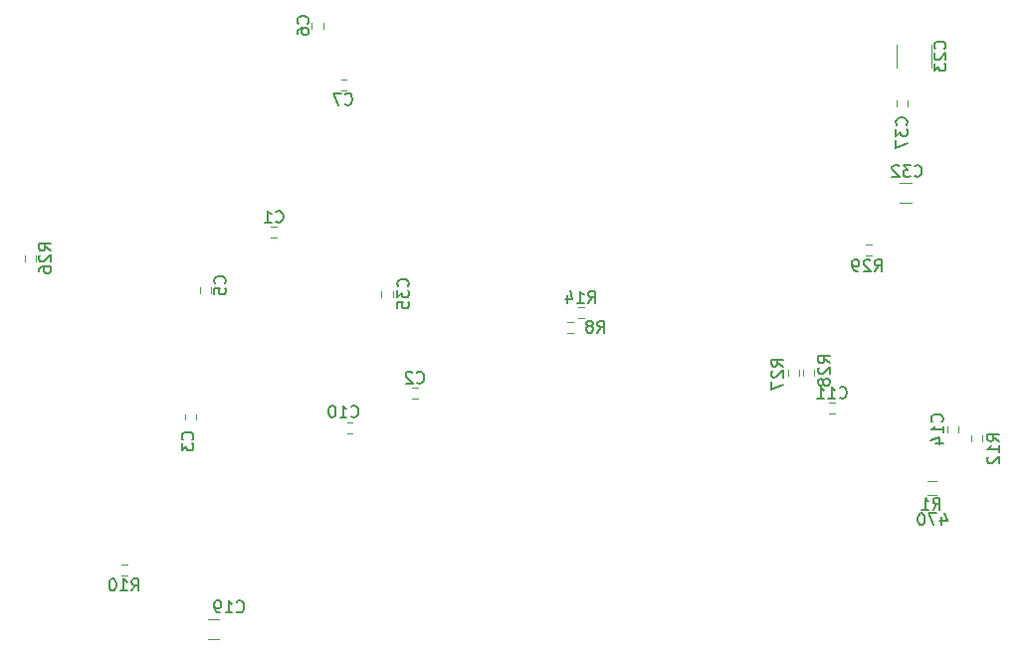
<source format=gbo>
G04 #@! TF.GenerationSoftware,KiCad,Pcbnew,(5.1.2)-1*
G04 #@! TF.CreationDate,2020-02-28T22:39:46+09:00*
G04 #@! TF.ProjectId,o2_breakout,6f325f62-7265-4616-9b6f-75742e6b6963,rev?*
G04 #@! TF.SameCoordinates,Original*
G04 #@! TF.FileFunction,Legend,Bot*
G04 #@! TF.FilePolarity,Positive*
%FSLAX46Y46*%
G04 Gerber Fmt 4.6, Leading zero omitted, Abs format (unit mm)*
G04 Created by KiCad (PCBNEW (5.1.2)-1) date 2020-02-28 22:39:46*
%MOMM*%
%LPD*%
G04 APERTURE LIST*
%ADD10C,0.120000*%
%ADD11C,0.150000*%
G04 APERTURE END LIST*
D10*
X179480100Y-77196700D02*
X179480100Y-79196700D01*
X176520100Y-79196700D02*
X176520100Y-77196700D01*
X182905300Y-110968600D02*
X182905300Y-110468600D01*
X183845300Y-110468600D02*
X183845300Y-110968600D01*
X173879700Y-94272000D02*
X174379700Y-94272000D01*
X174379700Y-95212000D02*
X173879700Y-95212000D01*
X169532400Y-104944100D02*
X169532400Y-105444100D01*
X168592400Y-105444100D02*
X168592400Y-104944100D01*
X168262400Y-104944100D02*
X168262400Y-105444100D01*
X167322400Y-105444100D02*
X167322400Y-104944100D01*
X111044800Y-122466200D02*
X110544800Y-122466200D01*
X110544800Y-121526200D02*
X111044800Y-121526200D01*
X103314600Y-95152400D02*
X103314600Y-95652400D01*
X102374600Y-95652400D02*
X102374600Y-95152400D01*
X149002000Y-101818800D02*
X148502000Y-101818800D01*
X148502000Y-100878800D02*
X149002000Y-100878800D01*
X149954500Y-100498000D02*
X149454500Y-100498000D01*
X149454500Y-99558000D02*
X149954500Y-99558000D01*
X179174100Y-115563200D02*
X179874100Y-115563200D01*
X179874100Y-114363200D02*
X179174100Y-114363200D01*
X118897020Y-127819520D02*
X117897020Y-127819520D01*
X117897020Y-126119520D02*
X118897020Y-126119520D01*
X126776380Y-75888660D02*
X126776380Y-75388660D01*
X127716380Y-75388660D02*
X127716380Y-75888660D01*
X176481640Y-82446940D02*
X176481640Y-81946940D01*
X177421640Y-81946940D02*
X177421640Y-82446940D01*
X132702200Y-98725800D02*
X132702200Y-98225800D01*
X133642200Y-98225800D02*
X133642200Y-98725800D01*
X177774220Y-90677100D02*
X176774220Y-90677100D01*
X176774220Y-88977100D02*
X177774220Y-88977100D01*
X135281300Y-106416000D02*
X135781300Y-106416000D01*
X135781300Y-107356000D02*
X135281300Y-107356000D01*
X123292500Y-92712700D02*
X123792500Y-92712700D01*
X123792500Y-93652700D02*
X123292500Y-93652700D01*
X180809800Y-110219300D02*
X180809800Y-109719300D01*
X181749800Y-109719300D02*
X181749800Y-110219300D01*
X171290500Y-108626000D02*
X170790500Y-108626000D01*
X170790500Y-107686000D02*
X171290500Y-107686000D01*
X129747200Y-109359600D02*
X130247200Y-109359600D01*
X130247200Y-110299600D02*
X129747200Y-110299600D01*
X117243200Y-98360300D02*
X117243200Y-97860300D01*
X118183200Y-97860300D02*
X118183200Y-98360300D01*
X129739200Y-81115000D02*
X129239200Y-81115000D01*
X129239200Y-80175000D02*
X129739200Y-80175000D01*
X115976300Y-109177900D02*
X115976300Y-108677900D01*
X116916300Y-108677900D02*
X116916300Y-109177900D01*
D11*
X180607242Y-77553842D02*
X180654861Y-77506223D01*
X180702480Y-77363366D01*
X180702480Y-77268128D01*
X180654861Y-77125271D01*
X180559623Y-77030033D01*
X180464385Y-76982414D01*
X180273909Y-76934795D01*
X180131052Y-76934795D01*
X179940576Y-76982414D01*
X179845338Y-77030033D01*
X179750100Y-77125271D01*
X179702480Y-77268128D01*
X179702480Y-77363366D01*
X179750100Y-77506223D01*
X179797719Y-77553842D01*
X179797719Y-77934795D02*
X179750100Y-77982414D01*
X179702480Y-78077652D01*
X179702480Y-78315747D01*
X179750100Y-78410985D01*
X179797719Y-78458604D01*
X179892957Y-78506223D01*
X179988195Y-78506223D01*
X180131052Y-78458604D01*
X180702480Y-77887176D01*
X180702480Y-78506223D01*
X179702480Y-78839557D02*
X179702480Y-79458604D01*
X180083433Y-79125271D01*
X180083433Y-79268128D01*
X180131052Y-79363366D01*
X180178671Y-79410985D01*
X180273909Y-79458604D01*
X180512004Y-79458604D01*
X180607242Y-79410985D01*
X180654861Y-79363366D01*
X180702480Y-79268128D01*
X180702480Y-78982414D01*
X180654861Y-78887176D01*
X180607242Y-78839557D01*
X185250080Y-111002842D02*
X184773890Y-110669509D01*
X185250080Y-110431414D02*
X184250080Y-110431414D01*
X184250080Y-110812366D01*
X184297700Y-110907604D01*
X184345319Y-110955223D01*
X184440557Y-111002842D01*
X184583414Y-111002842D01*
X184678652Y-110955223D01*
X184726271Y-110907604D01*
X184773890Y-110812366D01*
X184773890Y-110431414D01*
X185250080Y-111955223D02*
X185250080Y-111383795D01*
X185250080Y-111669509D02*
X184250080Y-111669509D01*
X184392938Y-111574271D01*
X184488176Y-111479033D01*
X184535795Y-111383795D01*
X184345319Y-112336176D02*
X184297700Y-112383795D01*
X184250080Y-112479033D01*
X184250080Y-112717128D01*
X184297700Y-112812366D01*
X184345319Y-112859985D01*
X184440557Y-112907604D01*
X184535795Y-112907604D01*
X184678652Y-112859985D01*
X185250080Y-112288557D01*
X185250080Y-112907604D01*
X174645557Y-96515180D02*
X174978890Y-96038990D01*
X175216985Y-96515180D02*
X175216985Y-95515180D01*
X174836033Y-95515180D01*
X174740795Y-95562800D01*
X174693176Y-95610419D01*
X174645557Y-95705657D01*
X174645557Y-95848514D01*
X174693176Y-95943752D01*
X174740795Y-95991371D01*
X174836033Y-96038990D01*
X175216985Y-96038990D01*
X174264604Y-95610419D02*
X174216985Y-95562800D01*
X174121747Y-95515180D01*
X173883652Y-95515180D01*
X173788414Y-95562800D01*
X173740795Y-95610419D01*
X173693176Y-95705657D01*
X173693176Y-95800895D01*
X173740795Y-95943752D01*
X174312223Y-96515180D01*
X173693176Y-96515180D01*
X173216985Y-96515180D02*
X173026509Y-96515180D01*
X172931271Y-96467561D01*
X172883652Y-96419942D01*
X172788414Y-96277085D01*
X172740795Y-96086609D01*
X172740795Y-95705657D01*
X172788414Y-95610419D01*
X172836033Y-95562800D01*
X172931271Y-95515180D01*
X173121747Y-95515180D01*
X173216985Y-95562800D01*
X173264604Y-95610419D01*
X173312223Y-95705657D01*
X173312223Y-95943752D01*
X173264604Y-96038990D01*
X173216985Y-96086609D01*
X173121747Y-96134228D01*
X172931271Y-96134228D01*
X172836033Y-96086609D01*
X172788414Y-96038990D01*
X172740795Y-95943752D01*
X170848280Y-104335342D02*
X170372090Y-104002009D01*
X170848280Y-103763914D02*
X169848280Y-103763914D01*
X169848280Y-104144866D01*
X169895900Y-104240104D01*
X169943519Y-104287723D01*
X170038757Y-104335342D01*
X170181614Y-104335342D01*
X170276852Y-104287723D01*
X170324471Y-104240104D01*
X170372090Y-104144866D01*
X170372090Y-103763914D01*
X169943519Y-104716295D02*
X169895900Y-104763914D01*
X169848280Y-104859152D01*
X169848280Y-105097247D01*
X169895900Y-105192485D01*
X169943519Y-105240104D01*
X170038757Y-105287723D01*
X170133995Y-105287723D01*
X170276852Y-105240104D01*
X170848280Y-104668676D01*
X170848280Y-105287723D01*
X170276852Y-105859152D02*
X170229233Y-105763914D01*
X170181614Y-105716295D01*
X170086376Y-105668676D01*
X170038757Y-105668676D01*
X169943519Y-105716295D01*
X169895900Y-105763914D01*
X169848280Y-105859152D01*
X169848280Y-106049628D01*
X169895900Y-106144866D01*
X169943519Y-106192485D01*
X170038757Y-106240104D01*
X170086376Y-106240104D01*
X170181614Y-106192485D01*
X170229233Y-106144866D01*
X170276852Y-106049628D01*
X170276852Y-105859152D01*
X170324471Y-105763914D01*
X170372090Y-105716295D01*
X170467328Y-105668676D01*
X170657804Y-105668676D01*
X170753042Y-105716295D01*
X170800661Y-105763914D01*
X170848280Y-105859152D01*
X170848280Y-106049628D01*
X170800661Y-106144866D01*
X170753042Y-106192485D01*
X170657804Y-106240104D01*
X170467328Y-106240104D01*
X170372090Y-106192485D01*
X170324471Y-106144866D01*
X170276852Y-106049628D01*
X166860480Y-104614742D02*
X166384290Y-104281409D01*
X166860480Y-104043314D02*
X165860480Y-104043314D01*
X165860480Y-104424266D01*
X165908100Y-104519504D01*
X165955719Y-104567123D01*
X166050957Y-104614742D01*
X166193814Y-104614742D01*
X166289052Y-104567123D01*
X166336671Y-104519504D01*
X166384290Y-104424266D01*
X166384290Y-104043314D01*
X165955719Y-104995695D02*
X165908100Y-105043314D01*
X165860480Y-105138552D01*
X165860480Y-105376647D01*
X165908100Y-105471885D01*
X165955719Y-105519504D01*
X166050957Y-105567123D01*
X166146195Y-105567123D01*
X166289052Y-105519504D01*
X166860480Y-104948076D01*
X166860480Y-105567123D01*
X165860480Y-105900457D02*
X165860480Y-106567123D01*
X166860480Y-106138552D01*
X111437657Y-123718580D02*
X111770990Y-123242390D01*
X112009085Y-123718580D02*
X112009085Y-122718580D01*
X111628133Y-122718580D01*
X111532895Y-122766200D01*
X111485276Y-122813819D01*
X111437657Y-122909057D01*
X111437657Y-123051914D01*
X111485276Y-123147152D01*
X111532895Y-123194771D01*
X111628133Y-123242390D01*
X112009085Y-123242390D01*
X110485276Y-123718580D02*
X111056704Y-123718580D01*
X110770990Y-123718580D02*
X110770990Y-122718580D01*
X110866228Y-122861438D01*
X110961466Y-122956676D01*
X111056704Y-123004295D01*
X109866228Y-122718580D02*
X109770990Y-122718580D01*
X109675752Y-122766200D01*
X109628133Y-122813819D01*
X109580514Y-122909057D01*
X109532895Y-123099533D01*
X109532895Y-123337628D01*
X109580514Y-123528104D01*
X109628133Y-123623342D01*
X109675752Y-123670961D01*
X109770990Y-123718580D01*
X109866228Y-123718580D01*
X109961466Y-123670961D01*
X110009085Y-123623342D01*
X110056704Y-123528104D01*
X110104323Y-123337628D01*
X110104323Y-123099533D01*
X110056704Y-122909057D01*
X110009085Y-122813819D01*
X109961466Y-122766200D01*
X109866228Y-122718580D01*
X104566980Y-94759542D02*
X104090790Y-94426209D01*
X104566980Y-94188114D02*
X103566980Y-94188114D01*
X103566980Y-94569066D01*
X103614600Y-94664304D01*
X103662219Y-94711923D01*
X103757457Y-94759542D01*
X103900314Y-94759542D01*
X103995552Y-94711923D01*
X104043171Y-94664304D01*
X104090790Y-94569066D01*
X104090790Y-94188114D01*
X103662219Y-95140495D02*
X103614600Y-95188114D01*
X103566980Y-95283352D01*
X103566980Y-95521447D01*
X103614600Y-95616685D01*
X103662219Y-95664304D01*
X103757457Y-95711923D01*
X103852695Y-95711923D01*
X103995552Y-95664304D01*
X104566980Y-95092876D01*
X104566980Y-95711923D01*
X103566980Y-96569066D02*
X103566980Y-96378590D01*
X103614600Y-96283352D01*
X103662219Y-96235733D01*
X103805076Y-96140495D01*
X103995552Y-96092876D01*
X104376504Y-96092876D01*
X104471742Y-96140495D01*
X104519361Y-96188114D01*
X104566980Y-96283352D01*
X104566980Y-96473828D01*
X104519361Y-96569066D01*
X104471742Y-96616685D01*
X104376504Y-96664304D01*
X104138409Y-96664304D01*
X104043171Y-96616685D01*
X103995552Y-96569066D01*
X103947933Y-96473828D01*
X103947933Y-96283352D01*
X103995552Y-96188114D01*
X104043171Y-96140495D01*
X104138409Y-96092876D01*
X151077666Y-101737680D02*
X151411000Y-101261490D01*
X151649095Y-101737680D02*
X151649095Y-100737680D01*
X151268142Y-100737680D01*
X151172904Y-100785300D01*
X151125285Y-100832919D01*
X151077666Y-100928157D01*
X151077666Y-101071014D01*
X151125285Y-101166252D01*
X151172904Y-101213871D01*
X151268142Y-101261490D01*
X151649095Y-101261490D01*
X150506238Y-101166252D02*
X150601476Y-101118633D01*
X150649095Y-101071014D01*
X150696714Y-100975776D01*
X150696714Y-100928157D01*
X150649095Y-100832919D01*
X150601476Y-100785300D01*
X150506238Y-100737680D01*
X150315761Y-100737680D01*
X150220523Y-100785300D01*
X150172904Y-100832919D01*
X150125285Y-100928157D01*
X150125285Y-100975776D01*
X150172904Y-101071014D01*
X150220523Y-101118633D01*
X150315761Y-101166252D01*
X150506238Y-101166252D01*
X150601476Y-101213871D01*
X150649095Y-101261490D01*
X150696714Y-101356728D01*
X150696714Y-101547204D01*
X150649095Y-101642442D01*
X150601476Y-101690061D01*
X150506238Y-101737680D01*
X150315761Y-101737680D01*
X150220523Y-101690061D01*
X150172904Y-101642442D01*
X150125285Y-101547204D01*
X150125285Y-101356728D01*
X150172904Y-101261490D01*
X150220523Y-101213871D01*
X150315761Y-101166252D01*
X150296557Y-99210380D02*
X150629890Y-98734190D01*
X150867985Y-99210380D02*
X150867985Y-98210380D01*
X150487033Y-98210380D01*
X150391795Y-98258000D01*
X150344176Y-98305619D01*
X150296557Y-98400857D01*
X150296557Y-98543714D01*
X150344176Y-98638952D01*
X150391795Y-98686571D01*
X150487033Y-98734190D01*
X150867985Y-98734190D01*
X149344176Y-99210380D02*
X149915604Y-99210380D01*
X149629890Y-99210380D02*
X149629890Y-98210380D01*
X149725128Y-98353238D01*
X149820366Y-98448476D01*
X149915604Y-98496095D01*
X148487033Y-98543714D02*
X148487033Y-99210380D01*
X148725128Y-98162761D02*
X148963223Y-98877047D01*
X148344176Y-98877047D01*
X179614566Y-116807500D02*
X179947900Y-116331310D01*
X180185995Y-116807500D02*
X180185995Y-115807500D01*
X179805042Y-115807500D01*
X179709804Y-115855120D01*
X179662185Y-115902739D01*
X179614566Y-115997977D01*
X179614566Y-116140834D01*
X179662185Y-116236072D01*
X179709804Y-116283691D01*
X179805042Y-116331310D01*
X180185995Y-116331310D01*
X178662185Y-116807500D02*
X179233614Y-116807500D01*
X178947900Y-116807500D02*
X178947900Y-115807500D01*
X179043138Y-115950358D01*
X179138376Y-116045596D01*
X179233614Y-116093215D01*
X180336804Y-117474334D02*
X180336804Y-118141000D01*
X180574900Y-117093381D02*
X180812995Y-117807667D01*
X180193947Y-117807667D01*
X179908233Y-117141000D02*
X179241566Y-117141000D01*
X179670138Y-118141000D01*
X178670138Y-117141000D02*
X178574900Y-117141000D01*
X178479661Y-117188620D01*
X178432042Y-117236239D01*
X178384423Y-117331477D01*
X178336804Y-117521953D01*
X178336804Y-117760048D01*
X178384423Y-117950524D01*
X178432042Y-118045762D01*
X178479661Y-118093381D01*
X178574900Y-118141000D01*
X178670138Y-118141000D01*
X178765376Y-118093381D01*
X178812995Y-118045762D01*
X178860614Y-117950524D01*
X178908233Y-117760048D01*
X178908233Y-117521953D01*
X178860614Y-117331477D01*
X178812995Y-117236239D01*
X178765376Y-117188620D01*
X178670138Y-117141000D01*
X120375917Y-125497862D02*
X120423536Y-125545481D01*
X120566393Y-125593100D01*
X120661631Y-125593100D01*
X120804488Y-125545481D01*
X120899726Y-125450243D01*
X120947345Y-125355005D01*
X120994964Y-125164529D01*
X120994964Y-125021672D01*
X120947345Y-124831196D01*
X120899726Y-124735958D01*
X120804488Y-124640720D01*
X120661631Y-124593100D01*
X120566393Y-124593100D01*
X120423536Y-124640720D01*
X120375917Y-124688339D01*
X119423536Y-125593100D02*
X119994964Y-125593100D01*
X119709250Y-125593100D02*
X119709250Y-124593100D01*
X119804488Y-124735958D01*
X119899726Y-124831196D01*
X119994964Y-124878815D01*
X118947345Y-125593100D02*
X118756869Y-125593100D01*
X118661631Y-125545481D01*
X118614012Y-125497862D01*
X118518774Y-125355005D01*
X118471155Y-125164529D01*
X118471155Y-124783577D01*
X118518774Y-124688339D01*
X118566393Y-124640720D01*
X118661631Y-124593100D01*
X118852107Y-124593100D01*
X118947345Y-124640720D01*
X118994964Y-124688339D01*
X119042583Y-124783577D01*
X119042583Y-125021672D01*
X118994964Y-125116910D01*
X118947345Y-125164529D01*
X118852107Y-125212148D01*
X118661631Y-125212148D01*
X118566393Y-125164529D01*
X118518774Y-125116910D01*
X118471155Y-125021672D01*
X126417342Y-75411033D02*
X126464961Y-75363414D01*
X126512580Y-75220557D01*
X126512580Y-75125319D01*
X126464961Y-74982461D01*
X126369723Y-74887223D01*
X126274485Y-74839604D01*
X126084009Y-74791985D01*
X125941152Y-74791985D01*
X125750676Y-74839604D01*
X125655438Y-74887223D01*
X125560200Y-74982461D01*
X125512580Y-75125319D01*
X125512580Y-75220557D01*
X125560200Y-75363414D01*
X125607819Y-75411033D01*
X125512580Y-76268176D02*
X125512580Y-76077700D01*
X125560200Y-75982461D01*
X125607819Y-75934842D01*
X125750676Y-75839604D01*
X125941152Y-75791985D01*
X126322104Y-75791985D01*
X126417342Y-75839604D01*
X126464961Y-75887223D01*
X126512580Y-75982461D01*
X126512580Y-76172938D01*
X126464961Y-76268176D01*
X126417342Y-76315795D01*
X126322104Y-76363414D01*
X126084009Y-76363414D01*
X125988771Y-76315795D01*
X125941152Y-76268176D01*
X125893533Y-76172938D01*
X125893533Y-75982461D01*
X125941152Y-75887223D01*
X125988771Y-75839604D01*
X126084009Y-75791985D01*
X177344342Y-84050902D02*
X177391961Y-84003283D01*
X177439580Y-83860426D01*
X177439580Y-83765188D01*
X177391961Y-83622331D01*
X177296723Y-83527093D01*
X177201485Y-83479474D01*
X177011009Y-83431855D01*
X176868152Y-83431855D01*
X176677676Y-83479474D01*
X176582438Y-83527093D01*
X176487200Y-83622331D01*
X176439580Y-83765188D01*
X176439580Y-83860426D01*
X176487200Y-84003283D01*
X176534819Y-84050902D01*
X176439580Y-84384236D02*
X176439580Y-85003283D01*
X176820533Y-84669950D01*
X176820533Y-84812807D01*
X176868152Y-84908045D01*
X176915771Y-84955664D01*
X177011009Y-85003283D01*
X177249104Y-85003283D01*
X177344342Y-84955664D01*
X177391961Y-84908045D01*
X177439580Y-84812807D01*
X177439580Y-84527093D01*
X177391961Y-84431855D01*
X177344342Y-84384236D01*
X176439580Y-85336617D02*
X176439580Y-86003283D01*
X177439580Y-85574712D01*
X134944122Y-97789762D02*
X134991741Y-97742143D01*
X135039360Y-97599286D01*
X135039360Y-97504048D01*
X134991741Y-97361191D01*
X134896503Y-97265953D01*
X134801265Y-97218334D01*
X134610789Y-97170715D01*
X134467932Y-97170715D01*
X134277456Y-97218334D01*
X134182218Y-97265953D01*
X134086980Y-97361191D01*
X134039360Y-97504048D01*
X134039360Y-97599286D01*
X134086980Y-97742143D01*
X134134599Y-97789762D01*
X134039360Y-98123096D02*
X134039360Y-98742143D01*
X134420313Y-98408810D01*
X134420313Y-98551667D01*
X134467932Y-98646905D01*
X134515551Y-98694524D01*
X134610789Y-98742143D01*
X134848884Y-98742143D01*
X134944122Y-98694524D01*
X134991741Y-98646905D01*
X135039360Y-98551667D01*
X135039360Y-98265953D01*
X134991741Y-98170715D01*
X134944122Y-98123096D01*
X134039360Y-99646905D02*
X134039360Y-99170715D01*
X134515551Y-99123096D01*
X134467932Y-99170715D01*
X134420313Y-99265953D01*
X134420313Y-99504048D01*
X134467932Y-99599286D01*
X134515551Y-99646905D01*
X134610789Y-99694524D01*
X134848884Y-99694524D01*
X134944122Y-99646905D01*
X134991741Y-99599286D01*
X135039360Y-99504048D01*
X135039360Y-99265953D01*
X134991741Y-99170715D01*
X134944122Y-99123096D01*
X178044077Y-88380842D02*
X178091696Y-88428461D01*
X178234553Y-88476080D01*
X178329791Y-88476080D01*
X178472648Y-88428461D01*
X178567886Y-88333223D01*
X178615505Y-88237985D01*
X178663124Y-88047509D01*
X178663124Y-87904652D01*
X178615505Y-87714176D01*
X178567886Y-87618938D01*
X178472648Y-87523700D01*
X178329791Y-87476080D01*
X178234553Y-87476080D01*
X178091696Y-87523700D01*
X178044077Y-87571319D01*
X177710743Y-87476080D02*
X177091696Y-87476080D01*
X177425029Y-87857033D01*
X177282172Y-87857033D01*
X177186934Y-87904652D01*
X177139315Y-87952271D01*
X177091696Y-88047509D01*
X177091696Y-88285604D01*
X177139315Y-88380842D01*
X177186934Y-88428461D01*
X177282172Y-88476080D01*
X177567886Y-88476080D01*
X177663124Y-88428461D01*
X177710743Y-88380842D01*
X176710743Y-87571319D02*
X176663124Y-87523700D01*
X176567886Y-87476080D01*
X176329791Y-87476080D01*
X176234553Y-87523700D01*
X176186934Y-87571319D01*
X176139315Y-87666557D01*
X176139315Y-87761795D01*
X176186934Y-87904652D01*
X176758362Y-88476080D01*
X176139315Y-88476080D01*
X135697966Y-105973142D02*
X135745585Y-106020761D01*
X135888442Y-106068380D01*
X135983680Y-106068380D01*
X136126538Y-106020761D01*
X136221776Y-105925523D01*
X136269395Y-105830285D01*
X136317014Y-105639809D01*
X136317014Y-105496952D01*
X136269395Y-105306476D01*
X136221776Y-105211238D01*
X136126538Y-105116000D01*
X135983680Y-105068380D01*
X135888442Y-105068380D01*
X135745585Y-105116000D01*
X135697966Y-105163619D01*
X135317014Y-105163619D02*
X135269395Y-105116000D01*
X135174157Y-105068380D01*
X134936061Y-105068380D01*
X134840823Y-105116000D01*
X134793204Y-105163619D01*
X134745585Y-105258857D01*
X134745585Y-105354095D01*
X134793204Y-105496952D01*
X135364633Y-106068380D01*
X134745585Y-106068380D01*
X123709166Y-92269842D02*
X123756785Y-92317461D01*
X123899642Y-92365080D01*
X123994880Y-92365080D01*
X124137738Y-92317461D01*
X124232976Y-92222223D01*
X124280595Y-92126985D01*
X124328214Y-91936509D01*
X124328214Y-91793652D01*
X124280595Y-91603176D01*
X124232976Y-91507938D01*
X124137738Y-91412700D01*
X123994880Y-91365080D01*
X123899642Y-91365080D01*
X123756785Y-91412700D01*
X123709166Y-91460319D01*
X122756785Y-92365080D02*
X123328214Y-92365080D01*
X123042500Y-92365080D02*
X123042500Y-91365080D01*
X123137738Y-91507938D01*
X123232976Y-91603176D01*
X123328214Y-91650795D01*
X180366942Y-109326442D02*
X180414561Y-109278823D01*
X180462180Y-109135966D01*
X180462180Y-109040728D01*
X180414561Y-108897871D01*
X180319323Y-108802633D01*
X180224085Y-108755014D01*
X180033609Y-108707395D01*
X179890752Y-108707395D01*
X179700276Y-108755014D01*
X179605038Y-108802633D01*
X179509800Y-108897871D01*
X179462180Y-109040728D01*
X179462180Y-109135966D01*
X179509800Y-109278823D01*
X179557419Y-109326442D01*
X180462180Y-110278823D02*
X180462180Y-109707395D01*
X180462180Y-109993109D02*
X179462180Y-109993109D01*
X179605038Y-109897871D01*
X179700276Y-109802633D01*
X179747895Y-109707395D01*
X179795514Y-111135966D02*
X180462180Y-111135966D01*
X179414561Y-110897871D02*
X180128847Y-110659776D01*
X180128847Y-111278823D01*
X171670657Y-107268542D02*
X171718276Y-107316161D01*
X171861133Y-107363780D01*
X171956371Y-107363780D01*
X172099228Y-107316161D01*
X172194466Y-107220923D01*
X172242085Y-107125685D01*
X172289704Y-106935209D01*
X172289704Y-106792352D01*
X172242085Y-106601876D01*
X172194466Y-106506638D01*
X172099228Y-106411400D01*
X171956371Y-106363780D01*
X171861133Y-106363780D01*
X171718276Y-106411400D01*
X171670657Y-106459019D01*
X170718276Y-107363780D02*
X171289704Y-107363780D01*
X171003990Y-107363780D02*
X171003990Y-106363780D01*
X171099228Y-106506638D01*
X171194466Y-106601876D01*
X171289704Y-106649495D01*
X169765895Y-107363780D02*
X170337323Y-107363780D01*
X170051609Y-107363780D02*
X170051609Y-106363780D01*
X170146847Y-106506638D01*
X170242085Y-106601876D01*
X170337323Y-106649495D01*
X130120717Y-108858322D02*
X130168336Y-108905941D01*
X130311193Y-108953560D01*
X130406431Y-108953560D01*
X130549288Y-108905941D01*
X130644526Y-108810703D01*
X130692145Y-108715465D01*
X130739764Y-108524989D01*
X130739764Y-108382132D01*
X130692145Y-108191656D01*
X130644526Y-108096418D01*
X130549288Y-108001180D01*
X130406431Y-107953560D01*
X130311193Y-107953560D01*
X130168336Y-108001180D01*
X130120717Y-108048799D01*
X129168336Y-108953560D02*
X129739764Y-108953560D01*
X129454050Y-108953560D02*
X129454050Y-107953560D01*
X129549288Y-108096418D01*
X129644526Y-108191656D01*
X129739764Y-108239275D01*
X128549288Y-107953560D02*
X128454050Y-107953560D01*
X128358812Y-108001180D01*
X128311193Y-108048799D01*
X128263574Y-108144037D01*
X128215955Y-108334513D01*
X128215955Y-108572608D01*
X128263574Y-108763084D01*
X128311193Y-108858322D01*
X128358812Y-108905941D01*
X128454050Y-108953560D01*
X128549288Y-108953560D01*
X128644526Y-108905941D01*
X128692145Y-108858322D01*
X128739764Y-108763084D01*
X128787383Y-108572608D01*
X128787383Y-108334513D01*
X128739764Y-108144037D01*
X128692145Y-108048799D01*
X128644526Y-108001180D01*
X128549288Y-107953560D01*
X119365742Y-97562633D02*
X119413361Y-97515014D01*
X119460980Y-97372157D01*
X119460980Y-97276919D01*
X119413361Y-97134061D01*
X119318123Y-97038823D01*
X119222885Y-96991204D01*
X119032409Y-96943585D01*
X118889552Y-96943585D01*
X118699076Y-96991204D01*
X118603838Y-97038823D01*
X118508600Y-97134061D01*
X118460980Y-97276919D01*
X118460980Y-97372157D01*
X118508600Y-97515014D01*
X118556219Y-97562633D01*
X118460980Y-98467395D02*
X118460980Y-97991204D01*
X118937171Y-97943585D01*
X118889552Y-97991204D01*
X118841933Y-98086442D01*
X118841933Y-98324538D01*
X118889552Y-98419776D01*
X118937171Y-98467395D01*
X119032409Y-98515014D01*
X119270504Y-98515014D01*
X119365742Y-98467395D01*
X119413361Y-98419776D01*
X119460980Y-98324538D01*
X119460980Y-98086442D01*
X119413361Y-97991204D01*
X119365742Y-97943585D01*
X129582206Y-82256902D02*
X129629825Y-82304521D01*
X129772682Y-82352140D01*
X129867920Y-82352140D01*
X130010778Y-82304521D01*
X130106016Y-82209283D01*
X130153635Y-82114045D01*
X130201254Y-81923569D01*
X130201254Y-81780712D01*
X130153635Y-81590236D01*
X130106016Y-81494998D01*
X130010778Y-81399760D01*
X129867920Y-81352140D01*
X129772682Y-81352140D01*
X129629825Y-81399760D01*
X129582206Y-81447379D01*
X129248873Y-81352140D02*
X128582206Y-81352140D01*
X129010778Y-82352140D01*
X116600242Y-110844033D02*
X116647861Y-110796414D01*
X116695480Y-110653557D01*
X116695480Y-110558319D01*
X116647861Y-110415461D01*
X116552623Y-110320223D01*
X116457385Y-110272604D01*
X116266909Y-110224985D01*
X116124052Y-110224985D01*
X115933576Y-110272604D01*
X115838338Y-110320223D01*
X115743100Y-110415461D01*
X115695480Y-110558319D01*
X115695480Y-110653557D01*
X115743100Y-110796414D01*
X115790719Y-110844033D01*
X115695480Y-111177366D02*
X115695480Y-111796414D01*
X116076433Y-111463080D01*
X116076433Y-111605938D01*
X116124052Y-111701176D01*
X116171671Y-111748795D01*
X116266909Y-111796414D01*
X116505004Y-111796414D01*
X116600242Y-111748795D01*
X116647861Y-111701176D01*
X116695480Y-111605938D01*
X116695480Y-111320223D01*
X116647861Y-111224985D01*
X116600242Y-111177366D01*
M02*

</source>
